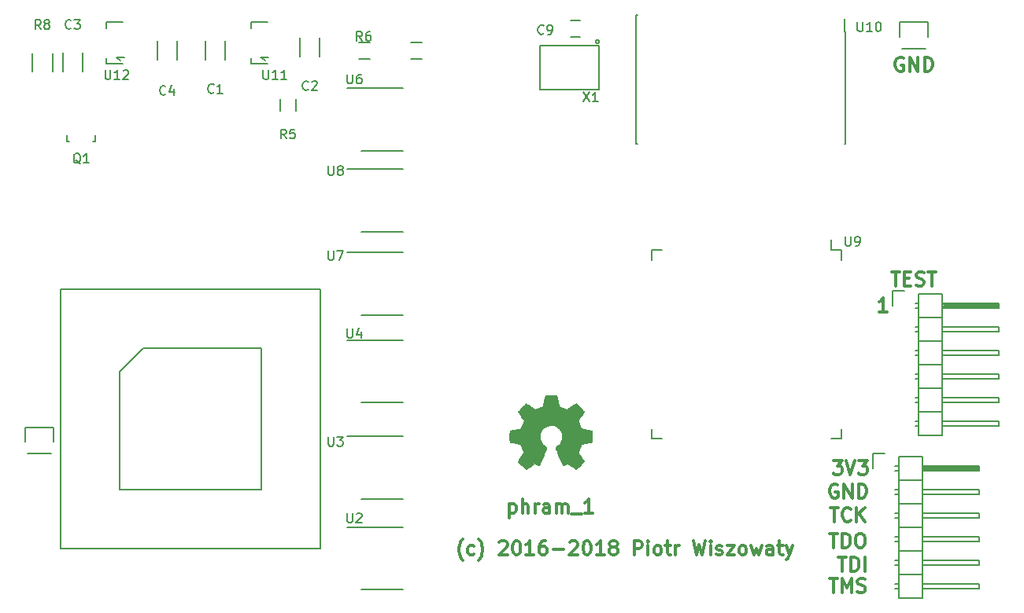
<source format=gbr>
G04 #@! TF.GenerationSoftware,KiCad,Pcbnew,(2017-11-24 revision a01d81e4b)-master*
G04 #@! TF.CreationDate,2018-01-27T17:30:05+01:00*
G04 #@! TF.ProjectId,phram_1,706872616D5F312E6B696361645F7063,rev?*
G04 #@! TF.SameCoordinates,Original*
G04 #@! TF.FileFunction,Legend,Top*
G04 #@! TF.FilePolarity,Positive*
%FSLAX46Y46*%
G04 Gerber Fmt 4.6, Leading zero omitted, Abs format (unit mm)*
G04 Created by KiCad (PCBNEW (2017-11-24 revision a01d81e4b)-master) date Sat Jan 27 17:30:05 2018*
%MOMM*%
%LPD*%
G01*
G04 APERTURE LIST*
%ADD10C,0.300000*%
%ADD11C,0.010000*%
%ADD12C,0.150000*%
G04 APERTURE END LIST*
D10*
X144165142Y-79188571D02*
X145022285Y-79188571D01*
X144593714Y-80688571D02*
X144593714Y-79188571D01*
X145522285Y-79902857D02*
X146022285Y-79902857D01*
X146236571Y-80688571D02*
X145522285Y-80688571D01*
X145522285Y-79188571D01*
X146236571Y-79188571D01*
X146808000Y-80617142D02*
X147022285Y-80688571D01*
X147379428Y-80688571D01*
X147522285Y-80617142D01*
X147593714Y-80545714D01*
X147665142Y-80402857D01*
X147665142Y-80260000D01*
X147593714Y-80117142D01*
X147522285Y-80045714D01*
X147379428Y-79974285D01*
X147093714Y-79902857D01*
X146950857Y-79831428D01*
X146879428Y-79760000D01*
X146808000Y-79617142D01*
X146808000Y-79474285D01*
X146879428Y-79331428D01*
X146950857Y-79260000D01*
X147093714Y-79188571D01*
X147450857Y-79188571D01*
X147665142Y-79260000D01*
X148093714Y-79188571D02*
X148950857Y-79188571D01*
X148522285Y-80688571D02*
X148522285Y-79188571D01*
X143684571Y-83482571D02*
X142827428Y-83482571D01*
X143256000Y-83482571D02*
X143256000Y-81982571D01*
X143113142Y-82196857D01*
X142970285Y-82339714D01*
X142827428Y-82411142D01*
X145415142Y-56146000D02*
X145272285Y-56074571D01*
X145058000Y-56074571D01*
X144843714Y-56146000D01*
X144700857Y-56288857D01*
X144629428Y-56431714D01*
X144558000Y-56717428D01*
X144558000Y-56931714D01*
X144629428Y-57217428D01*
X144700857Y-57360285D01*
X144843714Y-57503142D01*
X145058000Y-57574571D01*
X145200857Y-57574571D01*
X145415142Y-57503142D01*
X145486571Y-57431714D01*
X145486571Y-56931714D01*
X145200857Y-56931714D01*
X146129428Y-57574571D02*
X146129428Y-56074571D01*
X146986571Y-57574571D01*
X146986571Y-56074571D01*
X147700857Y-57574571D02*
X147700857Y-56074571D01*
X148058000Y-56074571D01*
X148272285Y-56146000D01*
X148415142Y-56288857D01*
X148486571Y-56431714D01*
X148558000Y-56717428D01*
X148558000Y-56931714D01*
X148486571Y-57217428D01*
X148415142Y-57360285D01*
X148272285Y-57503142D01*
X148058000Y-57574571D01*
X147700857Y-57574571D01*
X98035714Y-110250000D02*
X97964285Y-110178571D01*
X97821428Y-109964285D01*
X97750000Y-109821428D01*
X97678571Y-109607142D01*
X97607142Y-109250000D01*
X97607142Y-108964285D01*
X97678571Y-108607142D01*
X97750000Y-108392857D01*
X97821428Y-108250000D01*
X97964285Y-108035714D01*
X98035714Y-107964285D01*
X99250000Y-109607142D02*
X99107142Y-109678571D01*
X98821428Y-109678571D01*
X98678571Y-109607142D01*
X98607142Y-109535714D01*
X98535714Y-109392857D01*
X98535714Y-108964285D01*
X98607142Y-108821428D01*
X98678571Y-108750000D01*
X98821428Y-108678571D01*
X99107142Y-108678571D01*
X99250000Y-108750000D01*
X99750000Y-110250000D02*
X99821428Y-110178571D01*
X99964285Y-109964285D01*
X100035714Y-109821428D01*
X100107142Y-109607142D01*
X100178571Y-109250000D01*
X100178571Y-108964285D01*
X100107142Y-108607142D01*
X100035714Y-108392857D01*
X99964285Y-108250000D01*
X99821428Y-108035714D01*
X99750000Y-107964285D01*
X101964285Y-108321428D02*
X102035714Y-108250000D01*
X102178571Y-108178571D01*
X102535714Y-108178571D01*
X102678571Y-108250000D01*
X102750000Y-108321428D01*
X102821428Y-108464285D01*
X102821428Y-108607142D01*
X102750000Y-108821428D01*
X101892857Y-109678571D01*
X102821428Y-109678571D01*
X103750000Y-108178571D02*
X103892857Y-108178571D01*
X104035714Y-108250000D01*
X104107142Y-108321428D01*
X104178571Y-108464285D01*
X104250000Y-108750000D01*
X104250000Y-109107142D01*
X104178571Y-109392857D01*
X104107142Y-109535714D01*
X104035714Y-109607142D01*
X103892857Y-109678571D01*
X103750000Y-109678571D01*
X103607142Y-109607142D01*
X103535714Y-109535714D01*
X103464285Y-109392857D01*
X103392857Y-109107142D01*
X103392857Y-108750000D01*
X103464285Y-108464285D01*
X103535714Y-108321428D01*
X103607142Y-108250000D01*
X103750000Y-108178571D01*
X105678571Y-109678571D02*
X104821428Y-109678571D01*
X105250000Y-109678571D02*
X105250000Y-108178571D01*
X105107142Y-108392857D01*
X104964285Y-108535714D01*
X104821428Y-108607142D01*
X106964285Y-108178571D02*
X106678571Y-108178571D01*
X106535714Y-108250000D01*
X106464285Y-108321428D01*
X106321428Y-108535714D01*
X106250000Y-108821428D01*
X106250000Y-109392857D01*
X106321428Y-109535714D01*
X106392857Y-109607142D01*
X106535714Y-109678571D01*
X106821428Y-109678571D01*
X106964285Y-109607142D01*
X107035714Y-109535714D01*
X107107142Y-109392857D01*
X107107142Y-109035714D01*
X107035714Y-108892857D01*
X106964285Y-108821428D01*
X106821428Y-108750000D01*
X106535714Y-108750000D01*
X106392857Y-108821428D01*
X106321428Y-108892857D01*
X106250000Y-109035714D01*
X107750000Y-109107142D02*
X108892857Y-109107142D01*
X109535714Y-108321428D02*
X109607142Y-108250000D01*
X109750000Y-108178571D01*
X110107142Y-108178571D01*
X110250000Y-108250000D01*
X110321428Y-108321428D01*
X110392857Y-108464285D01*
X110392857Y-108607142D01*
X110321428Y-108821428D01*
X109464285Y-109678571D01*
X110392857Y-109678571D01*
X111321428Y-108178571D02*
X111464285Y-108178571D01*
X111607142Y-108250000D01*
X111678571Y-108321428D01*
X111750000Y-108464285D01*
X111821428Y-108750000D01*
X111821428Y-109107142D01*
X111750000Y-109392857D01*
X111678571Y-109535714D01*
X111607142Y-109607142D01*
X111464285Y-109678571D01*
X111321428Y-109678571D01*
X111178571Y-109607142D01*
X111107142Y-109535714D01*
X111035714Y-109392857D01*
X110964285Y-109107142D01*
X110964285Y-108750000D01*
X111035714Y-108464285D01*
X111107142Y-108321428D01*
X111178571Y-108250000D01*
X111321428Y-108178571D01*
X113250000Y-109678571D02*
X112392857Y-109678571D01*
X112821428Y-109678571D02*
X112821428Y-108178571D01*
X112678571Y-108392857D01*
X112535714Y-108535714D01*
X112392857Y-108607142D01*
X114107142Y-108821428D02*
X113964285Y-108750000D01*
X113892857Y-108678571D01*
X113821428Y-108535714D01*
X113821428Y-108464285D01*
X113892857Y-108321428D01*
X113964285Y-108250000D01*
X114107142Y-108178571D01*
X114392857Y-108178571D01*
X114535714Y-108250000D01*
X114607142Y-108321428D01*
X114678571Y-108464285D01*
X114678571Y-108535714D01*
X114607142Y-108678571D01*
X114535714Y-108750000D01*
X114392857Y-108821428D01*
X114107142Y-108821428D01*
X113964285Y-108892857D01*
X113892857Y-108964285D01*
X113821428Y-109107142D01*
X113821428Y-109392857D01*
X113892857Y-109535714D01*
X113964285Y-109607142D01*
X114107142Y-109678571D01*
X114392857Y-109678571D01*
X114535714Y-109607142D01*
X114607142Y-109535714D01*
X114678571Y-109392857D01*
X114678571Y-109107142D01*
X114607142Y-108964285D01*
X114535714Y-108892857D01*
X114392857Y-108821428D01*
X116464285Y-109678571D02*
X116464285Y-108178571D01*
X117035714Y-108178571D01*
X117178571Y-108250000D01*
X117250000Y-108321428D01*
X117321428Y-108464285D01*
X117321428Y-108678571D01*
X117250000Y-108821428D01*
X117178571Y-108892857D01*
X117035714Y-108964285D01*
X116464285Y-108964285D01*
X117964285Y-109678571D02*
X117964285Y-108678571D01*
X117964285Y-108178571D02*
X117892857Y-108250000D01*
X117964285Y-108321428D01*
X118035714Y-108250000D01*
X117964285Y-108178571D01*
X117964285Y-108321428D01*
X118892857Y-109678571D02*
X118750000Y-109607142D01*
X118678571Y-109535714D01*
X118607142Y-109392857D01*
X118607142Y-108964285D01*
X118678571Y-108821428D01*
X118750000Y-108750000D01*
X118892857Y-108678571D01*
X119107142Y-108678571D01*
X119250000Y-108750000D01*
X119321428Y-108821428D01*
X119392857Y-108964285D01*
X119392857Y-109392857D01*
X119321428Y-109535714D01*
X119250000Y-109607142D01*
X119107142Y-109678571D01*
X118892857Y-109678571D01*
X119821428Y-108678571D02*
X120392857Y-108678571D01*
X120035714Y-108178571D02*
X120035714Y-109464285D01*
X120107142Y-109607142D01*
X120250000Y-109678571D01*
X120392857Y-109678571D01*
X120892857Y-109678571D02*
X120892857Y-108678571D01*
X120892857Y-108964285D02*
X120964285Y-108821428D01*
X121035714Y-108750000D01*
X121178571Y-108678571D01*
X121321428Y-108678571D01*
X122821428Y-108178571D02*
X123178571Y-109678571D01*
X123464285Y-108607142D01*
X123750000Y-109678571D01*
X124107142Y-108178571D01*
X124678571Y-109678571D02*
X124678571Y-108678571D01*
X124678571Y-108178571D02*
X124607142Y-108250000D01*
X124678571Y-108321428D01*
X124750000Y-108250000D01*
X124678571Y-108178571D01*
X124678571Y-108321428D01*
X125321428Y-109607142D02*
X125464285Y-109678571D01*
X125750000Y-109678571D01*
X125892857Y-109607142D01*
X125964285Y-109464285D01*
X125964285Y-109392857D01*
X125892857Y-109250000D01*
X125750000Y-109178571D01*
X125535714Y-109178571D01*
X125392857Y-109107142D01*
X125321428Y-108964285D01*
X125321428Y-108892857D01*
X125392857Y-108750000D01*
X125535714Y-108678571D01*
X125750000Y-108678571D01*
X125892857Y-108750000D01*
X126464285Y-108678571D02*
X127250000Y-108678571D01*
X126464285Y-109678571D01*
X127250000Y-109678571D01*
X128035714Y-109678571D02*
X127892857Y-109607142D01*
X127821428Y-109535714D01*
X127750000Y-109392857D01*
X127750000Y-108964285D01*
X127821428Y-108821428D01*
X127892857Y-108750000D01*
X128035714Y-108678571D01*
X128250000Y-108678571D01*
X128392857Y-108750000D01*
X128464285Y-108821428D01*
X128535714Y-108964285D01*
X128535714Y-109392857D01*
X128464285Y-109535714D01*
X128392857Y-109607142D01*
X128250000Y-109678571D01*
X128035714Y-109678571D01*
X129035714Y-108678571D02*
X129321428Y-109678571D01*
X129607142Y-108964285D01*
X129892857Y-109678571D01*
X130178571Y-108678571D01*
X131392857Y-109678571D02*
X131392857Y-108892857D01*
X131321428Y-108750000D01*
X131178571Y-108678571D01*
X130892857Y-108678571D01*
X130750000Y-108750000D01*
X131392857Y-109607142D02*
X131250000Y-109678571D01*
X130892857Y-109678571D01*
X130750000Y-109607142D01*
X130678571Y-109464285D01*
X130678571Y-109321428D01*
X130750000Y-109178571D01*
X130892857Y-109107142D01*
X131250000Y-109107142D01*
X131392857Y-109035714D01*
X131892857Y-108678571D02*
X132464285Y-108678571D01*
X132107142Y-108178571D02*
X132107142Y-109464285D01*
X132178571Y-109607142D01*
X132321428Y-109678571D01*
X132464285Y-109678571D01*
X132821428Y-108678571D02*
X133178571Y-109678571D01*
X133535714Y-108678571D02*
X133178571Y-109678571D01*
X133035714Y-110035714D01*
X132964285Y-110107142D01*
X132821428Y-110178571D01*
X103071428Y-104178571D02*
X103071428Y-105678571D01*
X103071428Y-104250000D02*
X103214285Y-104178571D01*
X103500000Y-104178571D01*
X103642857Y-104250000D01*
X103714285Y-104321428D01*
X103785714Y-104464285D01*
X103785714Y-104892857D01*
X103714285Y-105035714D01*
X103642857Y-105107142D01*
X103500000Y-105178571D01*
X103214285Y-105178571D01*
X103071428Y-105107142D01*
X104428571Y-105178571D02*
X104428571Y-103678571D01*
X105071428Y-105178571D02*
X105071428Y-104392857D01*
X105000000Y-104250000D01*
X104857142Y-104178571D01*
X104642857Y-104178571D01*
X104500000Y-104250000D01*
X104428571Y-104321428D01*
X105785714Y-105178571D02*
X105785714Y-104178571D01*
X105785714Y-104464285D02*
X105857142Y-104321428D01*
X105928571Y-104250000D01*
X106071428Y-104178571D01*
X106214285Y-104178571D01*
X107357142Y-105178571D02*
X107357142Y-104392857D01*
X107285714Y-104250000D01*
X107142857Y-104178571D01*
X106857142Y-104178571D01*
X106714285Y-104250000D01*
X107357142Y-105107142D02*
X107214285Y-105178571D01*
X106857142Y-105178571D01*
X106714285Y-105107142D01*
X106642857Y-104964285D01*
X106642857Y-104821428D01*
X106714285Y-104678571D01*
X106857142Y-104607142D01*
X107214285Y-104607142D01*
X107357142Y-104535714D01*
X108071428Y-105178571D02*
X108071428Y-104178571D01*
X108071428Y-104321428D02*
X108142857Y-104250000D01*
X108285714Y-104178571D01*
X108500000Y-104178571D01*
X108642857Y-104250000D01*
X108714285Y-104392857D01*
X108714285Y-105178571D01*
X108714285Y-104392857D02*
X108785714Y-104250000D01*
X108928571Y-104178571D01*
X109142857Y-104178571D01*
X109285714Y-104250000D01*
X109357142Y-104392857D01*
X109357142Y-105178571D01*
X109714285Y-105321428D02*
X110857142Y-105321428D01*
X112000000Y-105178571D02*
X111142857Y-105178571D01*
X111571428Y-105178571D02*
X111571428Y-103678571D01*
X111428571Y-103892857D01*
X111285714Y-104035714D01*
X111142857Y-104107142D01*
X137478000Y-112208571D02*
X138335142Y-112208571D01*
X137906571Y-113708571D02*
X137906571Y-112208571D01*
X138835142Y-113708571D02*
X138835142Y-112208571D01*
X139335142Y-113280000D01*
X139835142Y-112208571D01*
X139835142Y-113708571D01*
X140478000Y-113637142D02*
X140692285Y-113708571D01*
X141049428Y-113708571D01*
X141192285Y-113637142D01*
X141263714Y-113565714D01*
X141335142Y-113422857D01*
X141335142Y-113280000D01*
X141263714Y-113137142D01*
X141192285Y-113065714D01*
X141049428Y-112994285D01*
X140763714Y-112922857D01*
X140620857Y-112851428D01*
X140549428Y-112780000D01*
X140478000Y-112637142D01*
X140478000Y-112494285D01*
X140549428Y-112351428D01*
X140620857Y-112280000D01*
X140763714Y-112208571D01*
X141120857Y-112208571D01*
X141335142Y-112280000D01*
X138450285Y-109922571D02*
X139307428Y-109922571D01*
X138878857Y-111422571D02*
X138878857Y-109922571D01*
X139807428Y-111422571D02*
X139807428Y-109922571D01*
X140164571Y-109922571D01*
X140378857Y-109994000D01*
X140521714Y-110136857D01*
X140593142Y-110279714D01*
X140664571Y-110565428D01*
X140664571Y-110779714D01*
X140593142Y-111065428D01*
X140521714Y-111208285D01*
X140378857Y-111351142D01*
X140164571Y-111422571D01*
X139807428Y-111422571D01*
X141307428Y-111422571D02*
X141307428Y-109922571D01*
X137513714Y-107382571D02*
X138370857Y-107382571D01*
X137942285Y-108882571D02*
X137942285Y-107382571D01*
X138870857Y-108882571D02*
X138870857Y-107382571D01*
X139228000Y-107382571D01*
X139442285Y-107454000D01*
X139585142Y-107596857D01*
X139656571Y-107739714D01*
X139728000Y-108025428D01*
X139728000Y-108239714D01*
X139656571Y-108525428D01*
X139585142Y-108668285D01*
X139442285Y-108811142D01*
X139228000Y-108882571D01*
X138870857Y-108882571D01*
X140656571Y-107382571D02*
X140942285Y-107382571D01*
X141085142Y-107454000D01*
X141228000Y-107596857D01*
X141299428Y-107882571D01*
X141299428Y-108382571D01*
X141228000Y-108668285D01*
X141085142Y-108811142D01*
X140942285Y-108882571D01*
X140656571Y-108882571D01*
X140513714Y-108811142D01*
X140370857Y-108668285D01*
X140299428Y-108382571D01*
X140299428Y-107882571D01*
X140370857Y-107596857D01*
X140513714Y-107454000D01*
X140656571Y-107382571D01*
X137549428Y-104588571D02*
X138406571Y-104588571D01*
X137978000Y-106088571D02*
X137978000Y-104588571D01*
X139763714Y-105945714D02*
X139692285Y-106017142D01*
X139478000Y-106088571D01*
X139335142Y-106088571D01*
X139120857Y-106017142D01*
X138978000Y-105874285D01*
X138906571Y-105731428D01*
X138835142Y-105445714D01*
X138835142Y-105231428D01*
X138906571Y-104945714D01*
X138978000Y-104802857D01*
X139120857Y-104660000D01*
X139335142Y-104588571D01*
X139478000Y-104588571D01*
X139692285Y-104660000D01*
X139763714Y-104731428D01*
X140406571Y-106088571D02*
X140406571Y-104588571D01*
X141263714Y-106088571D02*
X140620857Y-105231428D01*
X141263714Y-104588571D02*
X140406571Y-105445714D01*
X138335142Y-102120000D02*
X138192285Y-102048571D01*
X137978000Y-102048571D01*
X137763714Y-102120000D01*
X137620857Y-102262857D01*
X137549428Y-102405714D01*
X137478000Y-102691428D01*
X137478000Y-102905714D01*
X137549428Y-103191428D01*
X137620857Y-103334285D01*
X137763714Y-103477142D01*
X137978000Y-103548571D01*
X138120857Y-103548571D01*
X138335142Y-103477142D01*
X138406571Y-103405714D01*
X138406571Y-102905714D01*
X138120857Y-102905714D01*
X139049428Y-103548571D02*
X139049428Y-102048571D01*
X139906571Y-103548571D01*
X139906571Y-102048571D01*
X140620857Y-103548571D02*
X140620857Y-102048571D01*
X140978000Y-102048571D01*
X141192285Y-102120000D01*
X141335142Y-102262857D01*
X141406571Y-102405714D01*
X141478000Y-102691428D01*
X141478000Y-102905714D01*
X141406571Y-103191428D01*
X141335142Y-103334285D01*
X141192285Y-103477142D01*
X140978000Y-103548571D01*
X140620857Y-103548571D01*
X137874857Y-99508571D02*
X138803428Y-99508571D01*
X138303428Y-100080000D01*
X138517714Y-100080000D01*
X138660571Y-100151428D01*
X138732000Y-100222857D01*
X138803428Y-100365714D01*
X138803428Y-100722857D01*
X138732000Y-100865714D01*
X138660571Y-100937142D01*
X138517714Y-101008571D01*
X138089142Y-101008571D01*
X137946285Y-100937142D01*
X137874857Y-100865714D01*
X139232000Y-99508571D02*
X139732000Y-101008571D01*
X140232000Y-99508571D01*
X140589142Y-99508571D02*
X141517714Y-99508571D01*
X141017714Y-100080000D01*
X141232000Y-100080000D01*
X141374857Y-100151428D01*
X141446285Y-100222857D01*
X141517714Y-100365714D01*
X141517714Y-100722857D01*
X141446285Y-100865714D01*
X141374857Y-100937142D01*
X141232000Y-101008571D01*
X140803428Y-101008571D01*
X140660571Y-100937142D01*
X140589142Y-100865714D01*
D11*
G36*
X108246536Y-93100427D02*
X108359118Y-93697618D01*
X108774531Y-93868865D01*
X109189945Y-94040112D01*
X109688302Y-93701233D01*
X109827869Y-93606877D01*
X109954029Y-93522630D01*
X110060896Y-93452338D01*
X110142583Y-93399847D01*
X110193202Y-93369004D01*
X110206987Y-93362353D01*
X110231821Y-93379458D01*
X110284889Y-93426744D01*
X110360241Y-93498172D01*
X110451930Y-93587700D01*
X110554008Y-93689289D01*
X110660527Y-93796898D01*
X110765537Y-93904487D01*
X110863092Y-94006015D01*
X110947243Y-94095441D01*
X111012041Y-94166726D01*
X111051538Y-94213828D01*
X111060981Y-94229592D01*
X111047392Y-94258653D01*
X111009294Y-94322321D01*
X110950694Y-94414367D01*
X110875598Y-94528564D01*
X110788009Y-94658684D01*
X110737255Y-94732901D01*
X110644746Y-94868422D01*
X110562541Y-94990716D01*
X110494631Y-95093695D01*
X110445001Y-95171273D01*
X110417641Y-95217361D01*
X110413530Y-95227047D01*
X110422850Y-95254574D01*
X110448255Y-95318728D01*
X110485912Y-95410490D01*
X110531987Y-95520839D01*
X110582647Y-95640755D01*
X110634060Y-95761219D01*
X110682390Y-95873209D01*
X110723807Y-95967707D01*
X110754475Y-96035692D01*
X110770562Y-96068143D01*
X110771512Y-96069420D01*
X110796773Y-96075617D01*
X110864046Y-96089440D01*
X110966361Y-96109532D01*
X111096742Y-96134534D01*
X111248217Y-96163086D01*
X111336594Y-96179551D01*
X111498453Y-96210369D01*
X111644650Y-96239694D01*
X111767788Y-96265921D01*
X111860470Y-96287446D01*
X111915302Y-96302665D01*
X111926324Y-96307493D01*
X111937119Y-96340174D01*
X111945830Y-96413985D01*
X111952461Y-96520292D01*
X111957019Y-96650467D01*
X111959510Y-96795876D01*
X111959939Y-96947890D01*
X111958312Y-97097877D01*
X111954636Y-97237206D01*
X111948916Y-97357245D01*
X111941158Y-97449365D01*
X111931369Y-97504932D01*
X111925497Y-97516500D01*
X111890400Y-97530365D01*
X111816029Y-97550188D01*
X111712224Y-97573639D01*
X111588820Y-97598391D01*
X111545742Y-97606398D01*
X111338048Y-97644441D01*
X111173985Y-97675079D01*
X111048131Y-97699529D01*
X110955066Y-97719009D01*
X110889368Y-97734736D01*
X110845618Y-97747928D01*
X110818393Y-97759804D01*
X110802273Y-97771580D01*
X110800018Y-97773908D01*
X110777504Y-97811400D01*
X110743159Y-97884365D01*
X110700412Y-97983867D01*
X110652693Y-98100973D01*
X110603431Y-98226748D01*
X110556056Y-98352257D01*
X110513996Y-98468565D01*
X110480681Y-98566739D01*
X110459542Y-98637843D01*
X110454006Y-98672942D01*
X110454467Y-98674172D01*
X110473224Y-98702861D01*
X110515777Y-98765985D01*
X110577654Y-98856973D01*
X110654383Y-98969255D01*
X110741492Y-99096260D01*
X110766299Y-99132353D01*
X110854753Y-99263203D01*
X110932589Y-99382591D01*
X110995567Y-99483662D01*
X111039446Y-99559559D01*
X111059986Y-99603427D01*
X111060981Y-99608817D01*
X111043723Y-99637144D01*
X110996036Y-99693261D01*
X110924051Y-99771137D01*
X110833898Y-99864740D01*
X110731706Y-99968041D01*
X110623606Y-100075006D01*
X110515729Y-100179606D01*
X110414205Y-100275809D01*
X110325163Y-100357584D01*
X110254734Y-100418900D01*
X110209048Y-100453726D01*
X110196410Y-100459412D01*
X110166992Y-100446020D01*
X110106762Y-100409899D01*
X110025530Y-100357136D01*
X109963031Y-100314667D01*
X109849786Y-100236740D01*
X109715675Y-100144984D01*
X109581156Y-100053375D01*
X109508834Y-100004346D01*
X109264039Y-99838770D01*
X109058551Y-99949875D01*
X108964937Y-99998548D01*
X108885331Y-100036381D01*
X108831468Y-100057958D01*
X108817758Y-100060961D01*
X108801271Y-100038793D01*
X108768746Y-99976149D01*
X108722609Y-99878809D01*
X108665291Y-99752549D01*
X108599217Y-99603150D01*
X108526816Y-99436388D01*
X108450517Y-99258042D01*
X108372747Y-99073891D01*
X108295935Y-98889712D01*
X108222507Y-98711285D01*
X108154893Y-98544387D01*
X108095521Y-98394797D01*
X108046817Y-98268293D01*
X108011211Y-98170654D01*
X107991131Y-98107657D01*
X107987901Y-98086021D01*
X108013497Y-98058424D01*
X108069539Y-98013625D01*
X108144312Y-97960934D01*
X108150588Y-97956765D01*
X108343846Y-97802069D01*
X108499675Y-97621591D01*
X108616725Y-97421102D01*
X108693646Y-97206374D01*
X108729087Y-96983177D01*
X108721698Y-96757281D01*
X108670128Y-96534459D01*
X108573027Y-96320479D01*
X108544459Y-96273664D01*
X108395869Y-96084618D01*
X108220328Y-95932812D01*
X108023911Y-95819034D01*
X107812694Y-95744075D01*
X107592754Y-95708722D01*
X107370164Y-95713767D01*
X107151002Y-95759999D01*
X106941343Y-95848206D01*
X106747262Y-95979179D01*
X106687227Y-96032337D01*
X106534436Y-96198739D01*
X106423098Y-96373912D01*
X106346724Y-96570266D01*
X106304188Y-96764717D01*
X106293687Y-96983342D01*
X106328701Y-97203052D01*
X106405674Y-97416420D01*
X106521048Y-97616022D01*
X106671266Y-97794429D01*
X106852774Y-97944217D01*
X106876628Y-97960006D01*
X106952202Y-98011712D01*
X107009652Y-98056512D01*
X107037118Y-98085117D01*
X107037518Y-98086021D01*
X107031621Y-98116964D01*
X107008246Y-98187191D01*
X106969822Y-98290925D01*
X106918778Y-98422390D01*
X106857543Y-98575807D01*
X106788545Y-98745401D01*
X106714214Y-98925393D01*
X106636979Y-99110008D01*
X106559269Y-99293468D01*
X106483512Y-99469996D01*
X106412138Y-99633814D01*
X106347575Y-99779147D01*
X106292253Y-99900217D01*
X106248601Y-99991247D01*
X106219047Y-100046460D01*
X106207145Y-100060961D01*
X106170778Y-100049669D01*
X106102731Y-100019385D01*
X106014737Y-99975520D01*
X105966351Y-99949875D01*
X105760864Y-99838770D01*
X105516069Y-100004346D01*
X105391107Y-100089170D01*
X105254296Y-100182516D01*
X105126089Y-100270408D01*
X105061872Y-100314667D01*
X104971552Y-100375318D01*
X104895072Y-100423381D01*
X104842408Y-100452770D01*
X104825303Y-100458982D01*
X104800406Y-100442223D01*
X104745306Y-100395436D01*
X104665344Y-100323480D01*
X104565861Y-100231212D01*
X104452201Y-100123490D01*
X104380316Y-100054326D01*
X104254552Y-99930757D01*
X104145864Y-99820234D01*
X104058646Y-99727485D01*
X103997290Y-99657237D01*
X103966192Y-99614220D01*
X103963209Y-99605490D01*
X103977054Y-99572284D01*
X104015313Y-99505142D01*
X104073742Y-99410863D01*
X104148098Y-99296245D01*
X104234136Y-99168083D01*
X104258603Y-99132353D01*
X104347755Y-99002489D01*
X104427739Y-98885569D01*
X104494081Y-98788162D01*
X104542312Y-98716839D01*
X104567958Y-98678170D01*
X104570436Y-98674172D01*
X104566730Y-98643355D01*
X104547062Y-98575599D01*
X104514861Y-98479839D01*
X104473556Y-98365009D01*
X104426576Y-98240044D01*
X104377350Y-98113879D01*
X104329309Y-97995448D01*
X104285882Y-97893685D01*
X104250497Y-97817526D01*
X104226585Y-97775904D01*
X104224885Y-97773908D01*
X104210263Y-97762013D01*
X104185566Y-97750250D01*
X104145373Y-97737401D01*
X104084264Y-97722249D01*
X103996818Y-97703576D01*
X103877613Y-97680165D01*
X103721228Y-97650797D01*
X103522244Y-97614255D01*
X103479161Y-97606398D01*
X103351471Y-97581727D01*
X103240154Y-97557593D01*
X103155046Y-97536324D01*
X103105984Y-97520248D01*
X103099406Y-97516500D01*
X103088565Y-97483273D01*
X103079754Y-97409021D01*
X103072977Y-97302376D01*
X103068241Y-97171967D01*
X103065551Y-97026427D01*
X103064914Y-96874386D01*
X103066335Y-96724476D01*
X103069821Y-96585328D01*
X103075377Y-96465572D01*
X103083009Y-96373841D01*
X103092723Y-96318766D01*
X103098579Y-96307493D01*
X103131181Y-96296123D01*
X103205419Y-96277624D01*
X103313897Y-96253602D01*
X103449218Y-96225662D01*
X103603986Y-96195408D01*
X103688308Y-96179551D01*
X103848297Y-96149644D01*
X103990968Y-96122550D01*
X104109349Y-96099631D01*
X104196466Y-96082243D01*
X104245346Y-96071747D01*
X104253391Y-96069420D01*
X104266988Y-96043186D01*
X104295730Y-95979995D01*
X104335786Y-95888877D01*
X104383325Y-95778857D01*
X104434516Y-95658965D01*
X104485527Y-95538227D01*
X104532527Y-95425671D01*
X104571685Y-95330326D01*
X104599170Y-95261217D01*
X104611150Y-95227374D01*
X104611373Y-95225895D01*
X104597792Y-95199197D01*
X104559716Y-95137760D01*
X104501148Y-95047689D01*
X104426089Y-94935090D01*
X104338541Y-94806070D01*
X104287648Y-94731961D01*
X104194910Y-94596077D01*
X104112542Y-94472709D01*
X104044562Y-94368097D01*
X103994989Y-94288483D01*
X103967843Y-94240107D01*
X103963922Y-94229262D01*
X103980776Y-94204020D01*
X104027369Y-94150124D01*
X104097749Y-94073613D01*
X104185966Y-93980523D01*
X104286066Y-93876895D01*
X104392099Y-93768764D01*
X104498112Y-93662170D01*
X104598153Y-93563150D01*
X104686271Y-93477742D01*
X104756514Y-93411985D01*
X104802929Y-93371916D01*
X104818457Y-93362353D01*
X104843740Y-93375800D01*
X104904212Y-93413575D01*
X104993993Y-93471835D01*
X105107204Y-93546734D01*
X105237964Y-93634425D01*
X105336600Y-93701233D01*
X105834958Y-94040112D01*
X106250371Y-93868865D01*
X106665785Y-93697618D01*
X106778367Y-93100427D01*
X106890950Y-92503235D01*
X108133953Y-92503235D01*
X108246536Y-93100427D01*
X108246536Y-93100427D01*
G37*
X108246536Y-93100427D02*
X108359118Y-93697618D01*
X108774531Y-93868865D01*
X109189945Y-94040112D01*
X109688302Y-93701233D01*
X109827869Y-93606877D01*
X109954029Y-93522630D01*
X110060896Y-93452338D01*
X110142583Y-93399847D01*
X110193202Y-93369004D01*
X110206987Y-93362353D01*
X110231821Y-93379458D01*
X110284889Y-93426744D01*
X110360241Y-93498172D01*
X110451930Y-93587700D01*
X110554008Y-93689289D01*
X110660527Y-93796898D01*
X110765537Y-93904487D01*
X110863092Y-94006015D01*
X110947243Y-94095441D01*
X111012041Y-94166726D01*
X111051538Y-94213828D01*
X111060981Y-94229592D01*
X111047392Y-94258653D01*
X111009294Y-94322321D01*
X110950694Y-94414367D01*
X110875598Y-94528564D01*
X110788009Y-94658684D01*
X110737255Y-94732901D01*
X110644746Y-94868422D01*
X110562541Y-94990716D01*
X110494631Y-95093695D01*
X110445001Y-95171273D01*
X110417641Y-95217361D01*
X110413530Y-95227047D01*
X110422850Y-95254574D01*
X110448255Y-95318728D01*
X110485912Y-95410490D01*
X110531987Y-95520839D01*
X110582647Y-95640755D01*
X110634060Y-95761219D01*
X110682390Y-95873209D01*
X110723807Y-95967707D01*
X110754475Y-96035692D01*
X110770562Y-96068143D01*
X110771512Y-96069420D01*
X110796773Y-96075617D01*
X110864046Y-96089440D01*
X110966361Y-96109532D01*
X111096742Y-96134534D01*
X111248217Y-96163086D01*
X111336594Y-96179551D01*
X111498453Y-96210369D01*
X111644650Y-96239694D01*
X111767788Y-96265921D01*
X111860470Y-96287446D01*
X111915302Y-96302665D01*
X111926324Y-96307493D01*
X111937119Y-96340174D01*
X111945830Y-96413985D01*
X111952461Y-96520292D01*
X111957019Y-96650467D01*
X111959510Y-96795876D01*
X111959939Y-96947890D01*
X111958312Y-97097877D01*
X111954636Y-97237206D01*
X111948916Y-97357245D01*
X111941158Y-97449365D01*
X111931369Y-97504932D01*
X111925497Y-97516500D01*
X111890400Y-97530365D01*
X111816029Y-97550188D01*
X111712224Y-97573639D01*
X111588820Y-97598391D01*
X111545742Y-97606398D01*
X111338048Y-97644441D01*
X111173985Y-97675079D01*
X111048131Y-97699529D01*
X110955066Y-97719009D01*
X110889368Y-97734736D01*
X110845618Y-97747928D01*
X110818393Y-97759804D01*
X110802273Y-97771580D01*
X110800018Y-97773908D01*
X110777504Y-97811400D01*
X110743159Y-97884365D01*
X110700412Y-97983867D01*
X110652693Y-98100973D01*
X110603431Y-98226748D01*
X110556056Y-98352257D01*
X110513996Y-98468565D01*
X110480681Y-98566739D01*
X110459542Y-98637843D01*
X110454006Y-98672942D01*
X110454467Y-98674172D01*
X110473224Y-98702861D01*
X110515777Y-98765985D01*
X110577654Y-98856973D01*
X110654383Y-98969255D01*
X110741492Y-99096260D01*
X110766299Y-99132353D01*
X110854753Y-99263203D01*
X110932589Y-99382591D01*
X110995567Y-99483662D01*
X111039446Y-99559559D01*
X111059986Y-99603427D01*
X111060981Y-99608817D01*
X111043723Y-99637144D01*
X110996036Y-99693261D01*
X110924051Y-99771137D01*
X110833898Y-99864740D01*
X110731706Y-99968041D01*
X110623606Y-100075006D01*
X110515729Y-100179606D01*
X110414205Y-100275809D01*
X110325163Y-100357584D01*
X110254734Y-100418900D01*
X110209048Y-100453726D01*
X110196410Y-100459412D01*
X110166992Y-100446020D01*
X110106762Y-100409899D01*
X110025530Y-100357136D01*
X109963031Y-100314667D01*
X109849786Y-100236740D01*
X109715675Y-100144984D01*
X109581156Y-100053375D01*
X109508834Y-100004346D01*
X109264039Y-99838770D01*
X109058551Y-99949875D01*
X108964937Y-99998548D01*
X108885331Y-100036381D01*
X108831468Y-100057958D01*
X108817758Y-100060961D01*
X108801271Y-100038793D01*
X108768746Y-99976149D01*
X108722609Y-99878809D01*
X108665291Y-99752549D01*
X108599217Y-99603150D01*
X108526816Y-99436388D01*
X108450517Y-99258042D01*
X108372747Y-99073891D01*
X108295935Y-98889712D01*
X108222507Y-98711285D01*
X108154893Y-98544387D01*
X108095521Y-98394797D01*
X108046817Y-98268293D01*
X108011211Y-98170654D01*
X107991131Y-98107657D01*
X107987901Y-98086021D01*
X108013497Y-98058424D01*
X108069539Y-98013625D01*
X108144312Y-97960934D01*
X108150588Y-97956765D01*
X108343846Y-97802069D01*
X108499675Y-97621591D01*
X108616725Y-97421102D01*
X108693646Y-97206374D01*
X108729087Y-96983177D01*
X108721698Y-96757281D01*
X108670128Y-96534459D01*
X108573027Y-96320479D01*
X108544459Y-96273664D01*
X108395869Y-96084618D01*
X108220328Y-95932812D01*
X108023911Y-95819034D01*
X107812694Y-95744075D01*
X107592754Y-95708722D01*
X107370164Y-95713767D01*
X107151002Y-95759999D01*
X106941343Y-95848206D01*
X106747262Y-95979179D01*
X106687227Y-96032337D01*
X106534436Y-96198739D01*
X106423098Y-96373912D01*
X106346724Y-96570266D01*
X106304188Y-96764717D01*
X106293687Y-96983342D01*
X106328701Y-97203052D01*
X106405674Y-97416420D01*
X106521048Y-97616022D01*
X106671266Y-97794429D01*
X106852774Y-97944217D01*
X106876628Y-97960006D01*
X106952202Y-98011712D01*
X107009652Y-98056512D01*
X107037118Y-98085117D01*
X107037518Y-98086021D01*
X107031621Y-98116964D01*
X107008246Y-98187191D01*
X106969822Y-98290925D01*
X106918778Y-98422390D01*
X106857543Y-98575807D01*
X106788545Y-98745401D01*
X106714214Y-98925393D01*
X106636979Y-99110008D01*
X106559269Y-99293468D01*
X106483512Y-99469996D01*
X106412138Y-99633814D01*
X106347575Y-99779147D01*
X106292253Y-99900217D01*
X106248601Y-99991247D01*
X106219047Y-100046460D01*
X106207145Y-100060961D01*
X106170778Y-100049669D01*
X106102731Y-100019385D01*
X106014737Y-99975520D01*
X105966351Y-99949875D01*
X105760864Y-99838770D01*
X105516069Y-100004346D01*
X105391107Y-100089170D01*
X105254296Y-100182516D01*
X105126089Y-100270408D01*
X105061872Y-100314667D01*
X104971552Y-100375318D01*
X104895072Y-100423381D01*
X104842408Y-100452770D01*
X104825303Y-100458982D01*
X104800406Y-100442223D01*
X104745306Y-100395436D01*
X104665344Y-100323480D01*
X104565861Y-100231212D01*
X104452201Y-100123490D01*
X104380316Y-100054326D01*
X104254552Y-99930757D01*
X104145864Y-99820234D01*
X104058646Y-99727485D01*
X103997290Y-99657237D01*
X103966192Y-99614220D01*
X103963209Y-99605490D01*
X103977054Y-99572284D01*
X104015313Y-99505142D01*
X104073742Y-99410863D01*
X104148098Y-99296245D01*
X104234136Y-99168083D01*
X104258603Y-99132353D01*
X104347755Y-99002489D01*
X104427739Y-98885569D01*
X104494081Y-98788162D01*
X104542312Y-98716839D01*
X104567958Y-98678170D01*
X104570436Y-98674172D01*
X104566730Y-98643355D01*
X104547062Y-98575599D01*
X104514861Y-98479839D01*
X104473556Y-98365009D01*
X104426576Y-98240044D01*
X104377350Y-98113879D01*
X104329309Y-97995448D01*
X104285882Y-97893685D01*
X104250497Y-97817526D01*
X104226585Y-97775904D01*
X104224885Y-97773908D01*
X104210263Y-97762013D01*
X104185566Y-97750250D01*
X104145373Y-97737401D01*
X104084264Y-97722249D01*
X103996818Y-97703576D01*
X103877613Y-97680165D01*
X103721228Y-97650797D01*
X103522244Y-97614255D01*
X103479161Y-97606398D01*
X103351471Y-97581727D01*
X103240154Y-97557593D01*
X103155046Y-97536324D01*
X103105984Y-97520248D01*
X103099406Y-97516500D01*
X103088565Y-97483273D01*
X103079754Y-97409021D01*
X103072977Y-97302376D01*
X103068241Y-97171967D01*
X103065551Y-97026427D01*
X103064914Y-96874386D01*
X103066335Y-96724476D01*
X103069821Y-96585328D01*
X103075377Y-96465572D01*
X103083009Y-96373841D01*
X103092723Y-96318766D01*
X103098579Y-96307493D01*
X103131181Y-96296123D01*
X103205419Y-96277624D01*
X103313897Y-96253602D01*
X103449218Y-96225662D01*
X103603986Y-96195408D01*
X103688308Y-96179551D01*
X103848297Y-96149644D01*
X103990968Y-96122550D01*
X104109349Y-96099631D01*
X104196466Y-96082243D01*
X104245346Y-96071747D01*
X104253391Y-96069420D01*
X104266988Y-96043186D01*
X104295730Y-95979995D01*
X104335786Y-95888877D01*
X104383325Y-95778857D01*
X104434516Y-95658965D01*
X104485527Y-95538227D01*
X104532527Y-95425671D01*
X104571685Y-95330326D01*
X104599170Y-95261217D01*
X104611150Y-95227374D01*
X104611373Y-95225895D01*
X104597792Y-95199197D01*
X104559716Y-95137760D01*
X104501148Y-95047689D01*
X104426089Y-94935090D01*
X104338541Y-94806070D01*
X104287648Y-94731961D01*
X104194910Y-94596077D01*
X104112542Y-94472709D01*
X104044562Y-94368097D01*
X103994989Y-94288483D01*
X103967843Y-94240107D01*
X103963922Y-94229262D01*
X103980776Y-94204020D01*
X104027369Y-94150124D01*
X104097749Y-94073613D01*
X104185966Y-93980523D01*
X104286066Y-93876895D01*
X104392099Y-93768764D01*
X104498112Y-93662170D01*
X104598153Y-93563150D01*
X104686271Y-93477742D01*
X104756514Y-93411985D01*
X104802929Y-93371916D01*
X104818457Y-93362353D01*
X104843740Y-93375800D01*
X104904212Y-93413575D01*
X104993993Y-93471835D01*
X105107204Y-93546734D01*
X105237964Y-93634425D01*
X105336600Y-93701233D01*
X105834958Y-94040112D01*
X106250371Y-93868865D01*
X106665785Y-93697618D01*
X106778367Y-93100427D01*
X106890950Y-92503235D01*
X108133953Y-92503235D01*
X108246536Y-93100427D01*
D12*
X76400000Y-87385000D02*
X63700000Y-87385000D01*
X76400000Y-102625000D02*
X76400000Y-87385000D01*
X61160000Y-102625000D02*
X76400000Y-102625000D01*
X61160000Y-89925000D02*
X61160000Y-102625000D01*
X63700000Y-87385000D02*
X61160000Y-89925000D01*
X82750000Y-108975000D02*
X82750000Y-81035000D01*
X54810000Y-108975000D02*
X82750000Y-108975000D01*
X54810000Y-81035000D02*
X54810000Y-108975000D01*
X82750000Y-81035000D02*
X54810000Y-81035000D01*
X139205000Y-53320000D02*
X139090000Y-53320000D01*
X139205000Y-65420000D02*
X139090000Y-65420000D01*
X116655000Y-65420000D02*
X116855000Y-65420000D01*
X116655000Y-51520000D02*
X116855000Y-51520000D01*
X139205000Y-53320000D02*
X139205000Y-65420000D01*
X116655000Y-51520000D02*
X116655000Y-65420000D01*
X139090000Y-53320000D02*
X139090000Y-51945000D01*
X87145000Y-113435000D02*
X91595000Y-113435000D01*
X85620000Y-106685000D02*
X91595000Y-106685000D01*
X87145000Y-103675000D02*
X91595000Y-103675000D01*
X85620000Y-96925000D02*
X91595000Y-96925000D01*
X87145000Y-93285000D02*
X91595000Y-93285000D01*
X85620000Y-86535000D02*
X91595000Y-86535000D01*
X87145000Y-66145000D02*
X91595000Y-66145000D01*
X85620000Y-59395000D02*
X91595000Y-59395000D01*
X87145000Y-83855000D02*
X91595000Y-83855000D01*
X85620000Y-77105000D02*
X91595000Y-77105000D01*
X87145000Y-74875000D02*
X91595000Y-74875000D01*
X85620000Y-68125000D02*
X91595000Y-68125000D01*
X138730000Y-76820000D02*
X137655000Y-76820000D01*
X138730000Y-97170000D02*
X137655000Y-97170000D01*
X118380000Y-97170000D02*
X119455000Y-97170000D01*
X118380000Y-76820000D02*
X119455000Y-76820000D01*
X138730000Y-76820000D02*
X138730000Y-77895000D01*
X118380000Y-76820000D02*
X118380000Y-77895000D01*
X118380000Y-97170000D02*
X118380000Y-96095000D01*
X138730000Y-97170000D02*
X138730000Y-96095000D01*
X137655000Y-76820000D02*
X137655000Y-75720000D01*
X72440000Y-56350000D02*
X72440000Y-54350000D01*
X70390000Y-54350000D02*
X70390000Y-56350000D01*
X82600000Y-56000000D02*
X82600000Y-54000000D01*
X80550000Y-54000000D02*
X80550000Y-56000000D01*
X57105000Y-57620000D02*
X57105000Y-55620000D01*
X55055000Y-55620000D02*
X55055000Y-57620000D01*
X67265000Y-56350000D02*
X67265000Y-54350000D01*
X65215000Y-54350000D02*
X65215000Y-56350000D01*
X76749000Y-56454920D02*
X76449280Y-56206000D01*
X76449280Y-56206000D02*
X76299420Y-56104400D01*
X76299420Y-56104400D02*
X77147780Y-56104400D01*
X75247860Y-56805440D02*
X77048720Y-56805440D01*
X75247860Y-56805440D02*
X75247860Y-56155200D01*
X75247860Y-52304560D02*
X77048720Y-52304560D01*
X75247860Y-52304560D02*
X75247860Y-52954800D01*
X61190480Y-56454920D02*
X60890760Y-56206000D01*
X60890760Y-56206000D02*
X60740900Y-56104400D01*
X60740900Y-56104400D02*
X61589260Y-56104400D01*
X59689340Y-56805440D02*
X61490200Y-56805440D01*
X59689340Y-56805440D02*
X59689340Y-56155200D01*
X59689340Y-52304560D02*
X61490200Y-52304560D01*
X59689340Y-52304560D02*
X59689340Y-52954800D01*
X109650000Y-53850000D02*
X110650000Y-53850000D01*
X110650000Y-52150000D02*
X109650000Y-52150000D01*
X142115000Y-98780000D02*
X142115000Y-100330000D01*
X143415000Y-98780000D02*
X142115000Y-98780000D01*
X147606000Y-100203000D02*
X153448000Y-100203000D01*
X153448000Y-100203000D02*
X153448000Y-100457000D01*
X153448000Y-100457000D02*
X147606000Y-100457000D01*
X147606000Y-100457000D02*
X147606000Y-100330000D01*
X147606000Y-100330000D02*
X153448000Y-100330000D01*
X144939000Y-100076000D02*
X144558000Y-100076000D01*
X144939000Y-100584000D02*
X144558000Y-100584000D01*
X144939000Y-102616000D02*
X144558000Y-102616000D01*
X144939000Y-103124000D02*
X144558000Y-103124000D01*
X144939000Y-105156000D02*
X144558000Y-105156000D01*
X144939000Y-105664000D02*
X144558000Y-105664000D01*
X144939000Y-113284000D02*
X144558000Y-113284000D01*
X144939000Y-112776000D02*
X144558000Y-112776000D01*
X144939000Y-110744000D02*
X144558000Y-110744000D01*
X144939000Y-110236000D02*
X144558000Y-110236000D01*
X144939000Y-108204000D02*
X144558000Y-108204000D01*
X144939000Y-107696000D02*
X144558000Y-107696000D01*
X144939000Y-99060000D02*
X147479000Y-99060000D01*
X144939000Y-101600000D02*
X147479000Y-101600000D01*
X144939000Y-101600000D02*
X144939000Y-104140000D01*
X144939000Y-104140000D02*
X147479000Y-104140000D01*
X147479000Y-102616000D02*
X153575000Y-102616000D01*
X153575000Y-102616000D02*
X153575000Y-103124000D01*
X153575000Y-103124000D02*
X147479000Y-103124000D01*
X147479000Y-104140000D02*
X147479000Y-101600000D01*
X147479000Y-101600000D02*
X147479000Y-99060000D01*
X153575000Y-100584000D02*
X147479000Y-100584000D01*
X153575000Y-100076000D02*
X153575000Y-100584000D01*
X147479000Y-100076000D02*
X153575000Y-100076000D01*
X144939000Y-101600000D02*
X147479000Y-101600000D01*
X144939000Y-99060000D02*
X144939000Y-101600000D01*
X144939000Y-109220000D02*
X147479000Y-109220000D01*
X144939000Y-109220000D02*
X144939000Y-111760000D01*
X144939000Y-111760000D02*
X147479000Y-111760000D01*
X147479000Y-110236000D02*
X153575000Y-110236000D01*
X153575000Y-110236000D02*
X153575000Y-110744000D01*
X153575000Y-110744000D02*
X147479000Y-110744000D01*
X147479000Y-111760000D02*
X147479000Y-109220000D01*
X147479000Y-114300000D02*
X147479000Y-111760000D01*
X153575000Y-113284000D02*
X147479000Y-113284000D01*
X153575000Y-112776000D02*
X153575000Y-113284000D01*
X147479000Y-112776000D02*
X153575000Y-112776000D01*
X144939000Y-114300000D02*
X147479000Y-114300000D01*
X144939000Y-111760000D02*
X144939000Y-114300000D01*
X144939000Y-111760000D02*
X147479000Y-111760000D01*
X144939000Y-106680000D02*
X147479000Y-106680000D01*
X144939000Y-106680000D02*
X144939000Y-109220000D01*
X144939000Y-109220000D02*
X147479000Y-109220000D01*
X147479000Y-107696000D02*
X153575000Y-107696000D01*
X153575000Y-107696000D02*
X153575000Y-108204000D01*
X153575000Y-108204000D02*
X147479000Y-108204000D01*
X147479000Y-109220000D02*
X147479000Y-106680000D01*
X147479000Y-106680000D02*
X147479000Y-104140000D01*
X153575000Y-105664000D02*
X147479000Y-105664000D01*
X153575000Y-105156000D02*
X153575000Y-105664000D01*
X147479000Y-105156000D02*
X153575000Y-105156000D01*
X144939000Y-106680000D02*
X147479000Y-106680000D01*
X144939000Y-104140000D02*
X144939000Y-106680000D01*
X144939000Y-104140000D02*
X147479000Y-104140000D01*
X55685840Y-65160240D02*
X55734100Y-65160240D01*
X58484820Y-64459200D02*
X58484820Y-65160240D01*
X58484820Y-65160240D02*
X58235900Y-65160240D01*
X55685840Y-65160240D02*
X55485180Y-65160240D01*
X55485180Y-65160240D02*
X55485180Y-64459200D01*
X112700000Y-54400000D02*
G75*
G03X112700000Y-54400000I-200000J0D01*
G01*
X106300000Y-59600000D02*
X112700000Y-59600000D01*
X106300000Y-54800000D02*
X106300000Y-59600000D01*
X112700000Y-54800000D02*
X106300000Y-54800000D01*
X112700000Y-59600000D02*
X112700000Y-54800000D01*
X144242000Y-81254000D02*
X144242000Y-82804000D01*
X145542000Y-81254000D02*
X144242000Y-81254000D01*
X149733000Y-82677000D02*
X155575000Y-82677000D01*
X155575000Y-82677000D02*
X155575000Y-82931000D01*
X155575000Y-82931000D02*
X149733000Y-82931000D01*
X149733000Y-82931000D02*
X149733000Y-82804000D01*
X149733000Y-82804000D02*
X155575000Y-82804000D01*
X147066000Y-82550000D02*
X146685000Y-82550000D01*
X147066000Y-83058000D02*
X146685000Y-83058000D01*
X147066000Y-85090000D02*
X146685000Y-85090000D01*
X147066000Y-85598000D02*
X146685000Y-85598000D01*
X147066000Y-87630000D02*
X146685000Y-87630000D01*
X147066000Y-88138000D02*
X146685000Y-88138000D01*
X147066000Y-95758000D02*
X146685000Y-95758000D01*
X147066000Y-95250000D02*
X146685000Y-95250000D01*
X147066000Y-93218000D02*
X146685000Y-93218000D01*
X147066000Y-92710000D02*
X146685000Y-92710000D01*
X147066000Y-90678000D02*
X146685000Y-90678000D01*
X147066000Y-90170000D02*
X146685000Y-90170000D01*
X147066000Y-81534000D02*
X149606000Y-81534000D01*
X147066000Y-84074000D02*
X149606000Y-84074000D01*
X147066000Y-84074000D02*
X147066000Y-86614000D01*
X147066000Y-86614000D02*
X149606000Y-86614000D01*
X149606000Y-85090000D02*
X155702000Y-85090000D01*
X155702000Y-85090000D02*
X155702000Y-85598000D01*
X155702000Y-85598000D02*
X149606000Y-85598000D01*
X149606000Y-86614000D02*
X149606000Y-84074000D01*
X149606000Y-84074000D02*
X149606000Y-81534000D01*
X155702000Y-83058000D02*
X149606000Y-83058000D01*
X155702000Y-82550000D02*
X155702000Y-83058000D01*
X149606000Y-82550000D02*
X155702000Y-82550000D01*
X147066000Y-84074000D02*
X149606000Y-84074000D01*
X147066000Y-81534000D02*
X147066000Y-84074000D01*
X147066000Y-91694000D02*
X149606000Y-91694000D01*
X147066000Y-91694000D02*
X147066000Y-94234000D01*
X147066000Y-94234000D02*
X149606000Y-94234000D01*
X149606000Y-92710000D02*
X155702000Y-92710000D01*
X155702000Y-92710000D02*
X155702000Y-93218000D01*
X155702000Y-93218000D02*
X149606000Y-93218000D01*
X149606000Y-94234000D02*
X149606000Y-91694000D01*
X149606000Y-96774000D02*
X149606000Y-94234000D01*
X155702000Y-95758000D02*
X149606000Y-95758000D01*
X155702000Y-95250000D02*
X155702000Y-95758000D01*
X149606000Y-95250000D02*
X155702000Y-95250000D01*
X147066000Y-96774000D02*
X149606000Y-96774000D01*
X147066000Y-94234000D02*
X147066000Y-96774000D01*
X147066000Y-94234000D02*
X149606000Y-94234000D01*
X147066000Y-89154000D02*
X149606000Y-89154000D01*
X147066000Y-89154000D02*
X147066000Y-91694000D01*
X147066000Y-91694000D02*
X149606000Y-91694000D01*
X149606000Y-90170000D02*
X155702000Y-90170000D01*
X155702000Y-90170000D02*
X155702000Y-90678000D01*
X155702000Y-90678000D02*
X149606000Y-90678000D01*
X149606000Y-91694000D02*
X149606000Y-89154000D01*
X149606000Y-89154000D02*
X149606000Y-86614000D01*
X155702000Y-88138000D02*
X149606000Y-88138000D01*
X155702000Y-87630000D02*
X155702000Y-88138000D01*
X149606000Y-87630000D02*
X155702000Y-87630000D01*
X147066000Y-89154000D02*
X149606000Y-89154000D01*
X147066000Y-86614000D02*
X147066000Y-89154000D01*
X147066000Y-86614000D02*
X149606000Y-86614000D01*
X148108000Y-52298000D02*
X148108000Y-53848000D01*
X145008000Y-53848000D02*
X145008000Y-52298000D01*
X145008000Y-52298000D02*
X148108000Y-52298000D01*
X145288000Y-55118000D02*
X147828000Y-55118000D01*
X92444000Y-54497000D02*
X93644000Y-54497000D01*
X93644000Y-56247000D02*
X92444000Y-56247000D01*
X78373000Y-61814000D02*
X78373000Y-60614000D01*
X80123000Y-60614000D02*
X80123000Y-61814000D01*
X88056000Y-56247000D02*
X86856000Y-56247000D01*
X86856000Y-54497000D02*
X88056000Y-54497000D01*
X53907000Y-55642000D02*
X53907000Y-57642000D01*
X51757000Y-57642000D02*
X51757000Y-55642000D01*
X54050000Y-95950000D02*
X54050000Y-97500000D01*
X50950000Y-97500000D02*
X50950000Y-95950000D01*
X50950000Y-95950000D02*
X54050000Y-95950000D01*
X51230000Y-98770000D02*
X53770000Y-98770000D01*
X140493904Y-52284380D02*
X140493904Y-53093904D01*
X140541523Y-53189142D01*
X140589142Y-53236761D01*
X140684380Y-53284380D01*
X140874857Y-53284380D01*
X140970095Y-53236761D01*
X141017714Y-53189142D01*
X141065333Y-53093904D01*
X141065333Y-52284380D01*
X142065333Y-53284380D02*
X141493904Y-53284380D01*
X141779619Y-53284380D02*
X141779619Y-52284380D01*
X141684380Y-52427238D01*
X141589142Y-52522476D01*
X141493904Y-52570095D01*
X142684380Y-52284380D02*
X142779619Y-52284380D01*
X142874857Y-52332000D01*
X142922476Y-52379619D01*
X142970095Y-52474857D01*
X143017714Y-52665333D01*
X143017714Y-52903428D01*
X142970095Y-53093904D01*
X142922476Y-53189142D01*
X142874857Y-53236761D01*
X142779619Y-53284380D01*
X142684380Y-53284380D01*
X142589142Y-53236761D01*
X142541523Y-53189142D01*
X142493904Y-53093904D01*
X142446285Y-52903428D01*
X142446285Y-52665333D01*
X142493904Y-52474857D01*
X142541523Y-52379619D01*
X142589142Y-52332000D01*
X142684380Y-52284380D01*
X85598095Y-105212380D02*
X85598095Y-106021904D01*
X85645714Y-106117142D01*
X85693333Y-106164761D01*
X85788571Y-106212380D01*
X85979047Y-106212380D01*
X86074285Y-106164761D01*
X86121904Y-106117142D01*
X86169523Y-106021904D01*
X86169523Y-105212380D01*
X86598095Y-105307619D02*
X86645714Y-105260000D01*
X86740952Y-105212380D01*
X86979047Y-105212380D01*
X87074285Y-105260000D01*
X87121904Y-105307619D01*
X87169523Y-105402857D01*
X87169523Y-105498095D01*
X87121904Y-105640952D01*
X86550476Y-106212380D01*
X87169523Y-106212380D01*
X83566095Y-96964380D02*
X83566095Y-97773904D01*
X83613714Y-97869142D01*
X83661333Y-97916761D01*
X83756571Y-97964380D01*
X83947047Y-97964380D01*
X84042285Y-97916761D01*
X84089904Y-97869142D01*
X84137523Y-97773904D01*
X84137523Y-96964380D01*
X84518476Y-96964380D02*
X85137523Y-96964380D01*
X84804190Y-97345333D01*
X84947047Y-97345333D01*
X85042285Y-97392952D01*
X85089904Y-97440571D01*
X85137523Y-97535809D01*
X85137523Y-97773904D01*
X85089904Y-97869142D01*
X85042285Y-97916761D01*
X84947047Y-97964380D01*
X84661333Y-97964380D01*
X84566095Y-97916761D01*
X84518476Y-97869142D01*
X85598095Y-85304380D02*
X85598095Y-86113904D01*
X85645714Y-86209142D01*
X85693333Y-86256761D01*
X85788571Y-86304380D01*
X85979047Y-86304380D01*
X86074285Y-86256761D01*
X86121904Y-86209142D01*
X86169523Y-86113904D01*
X86169523Y-85304380D01*
X87074285Y-85637714D02*
X87074285Y-86304380D01*
X86836190Y-85256761D02*
X86598095Y-85971047D01*
X87217142Y-85971047D01*
X85598095Y-57922380D02*
X85598095Y-58731904D01*
X85645714Y-58827142D01*
X85693333Y-58874761D01*
X85788571Y-58922380D01*
X85979047Y-58922380D01*
X86074285Y-58874761D01*
X86121904Y-58827142D01*
X86169523Y-58731904D01*
X86169523Y-57922380D01*
X87074285Y-57922380D02*
X86883809Y-57922380D01*
X86788571Y-57970000D01*
X86740952Y-58017619D01*
X86645714Y-58160476D01*
X86598095Y-58350952D01*
X86598095Y-58731904D01*
X86645714Y-58827142D01*
X86693333Y-58874761D01*
X86788571Y-58922380D01*
X86979047Y-58922380D01*
X87074285Y-58874761D01*
X87121904Y-58827142D01*
X87169523Y-58731904D01*
X87169523Y-58493809D01*
X87121904Y-58398571D01*
X87074285Y-58350952D01*
X86979047Y-58303333D01*
X86788571Y-58303333D01*
X86693333Y-58350952D01*
X86645714Y-58398571D01*
X86598095Y-58493809D01*
X83566095Y-76922380D02*
X83566095Y-77731904D01*
X83613714Y-77827142D01*
X83661333Y-77874761D01*
X83756571Y-77922380D01*
X83947047Y-77922380D01*
X84042285Y-77874761D01*
X84089904Y-77827142D01*
X84137523Y-77731904D01*
X84137523Y-76922380D01*
X84518476Y-76922380D02*
X85185142Y-76922380D01*
X84756571Y-77922380D01*
X83566095Y-67778380D02*
X83566095Y-68587904D01*
X83613714Y-68683142D01*
X83661333Y-68730761D01*
X83756571Y-68778380D01*
X83947047Y-68778380D01*
X84042285Y-68730761D01*
X84089904Y-68683142D01*
X84137523Y-68587904D01*
X84137523Y-67778380D01*
X84756571Y-68206952D02*
X84661333Y-68159333D01*
X84613714Y-68111714D01*
X84566095Y-68016476D01*
X84566095Y-67968857D01*
X84613714Y-67873619D01*
X84661333Y-67826000D01*
X84756571Y-67778380D01*
X84947047Y-67778380D01*
X85042285Y-67826000D01*
X85089904Y-67873619D01*
X85137523Y-67968857D01*
X85137523Y-68016476D01*
X85089904Y-68111714D01*
X85042285Y-68159333D01*
X84947047Y-68206952D01*
X84756571Y-68206952D01*
X84661333Y-68254571D01*
X84613714Y-68302190D01*
X84566095Y-68397428D01*
X84566095Y-68587904D01*
X84613714Y-68683142D01*
X84661333Y-68730761D01*
X84756571Y-68778380D01*
X84947047Y-68778380D01*
X85042285Y-68730761D01*
X85089904Y-68683142D01*
X85137523Y-68587904D01*
X85137523Y-68397428D01*
X85089904Y-68302190D01*
X85042285Y-68254571D01*
X84947047Y-68206952D01*
X139192095Y-75398380D02*
X139192095Y-76207904D01*
X139239714Y-76303142D01*
X139287333Y-76350761D01*
X139382571Y-76398380D01*
X139573047Y-76398380D01*
X139668285Y-76350761D01*
X139715904Y-76303142D01*
X139763523Y-76207904D01*
X139763523Y-75398380D01*
X140287333Y-76398380D02*
X140477809Y-76398380D01*
X140573047Y-76350761D01*
X140620666Y-76303142D01*
X140715904Y-76160285D01*
X140763523Y-75969809D01*
X140763523Y-75588857D01*
X140715904Y-75493619D01*
X140668285Y-75446000D01*
X140573047Y-75398380D01*
X140382571Y-75398380D01*
X140287333Y-75446000D01*
X140239714Y-75493619D01*
X140192095Y-75588857D01*
X140192095Y-75826952D01*
X140239714Y-75922190D01*
X140287333Y-75969809D01*
X140382571Y-76017428D01*
X140573047Y-76017428D01*
X140668285Y-75969809D01*
X140715904Y-75922190D01*
X140763523Y-75826952D01*
X71248333Y-59857142D02*
X71200714Y-59904761D01*
X71057857Y-59952380D01*
X70962619Y-59952380D01*
X70819761Y-59904761D01*
X70724523Y-59809523D01*
X70676904Y-59714285D01*
X70629285Y-59523809D01*
X70629285Y-59380952D01*
X70676904Y-59190476D01*
X70724523Y-59095238D01*
X70819761Y-59000000D01*
X70962619Y-58952380D01*
X71057857Y-58952380D01*
X71200714Y-59000000D01*
X71248333Y-59047619D01*
X72200714Y-59952380D02*
X71629285Y-59952380D01*
X71915000Y-59952380D02*
X71915000Y-58952380D01*
X71819761Y-59095238D01*
X71724523Y-59190476D01*
X71629285Y-59238095D01*
X81408333Y-59539142D02*
X81360714Y-59586761D01*
X81217857Y-59634380D01*
X81122619Y-59634380D01*
X80979761Y-59586761D01*
X80884523Y-59491523D01*
X80836904Y-59396285D01*
X80789285Y-59205809D01*
X80789285Y-59062952D01*
X80836904Y-58872476D01*
X80884523Y-58777238D01*
X80979761Y-58682000D01*
X81122619Y-58634380D01*
X81217857Y-58634380D01*
X81360714Y-58682000D01*
X81408333Y-58729619D01*
X81789285Y-58729619D02*
X81836904Y-58682000D01*
X81932142Y-58634380D01*
X82170238Y-58634380D01*
X82265476Y-58682000D01*
X82313095Y-58729619D01*
X82360714Y-58824857D01*
X82360714Y-58920095D01*
X82313095Y-59062952D01*
X81741666Y-59634380D01*
X82360714Y-59634380D01*
X55913333Y-52935142D02*
X55865714Y-52982761D01*
X55722857Y-53030380D01*
X55627619Y-53030380D01*
X55484761Y-52982761D01*
X55389523Y-52887523D01*
X55341904Y-52792285D01*
X55294285Y-52601809D01*
X55294285Y-52458952D01*
X55341904Y-52268476D01*
X55389523Y-52173238D01*
X55484761Y-52078000D01*
X55627619Y-52030380D01*
X55722857Y-52030380D01*
X55865714Y-52078000D01*
X55913333Y-52125619D01*
X56246666Y-52030380D02*
X56865714Y-52030380D01*
X56532380Y-52411333D01*
X56675238Y-52411333D01*
X56770476Y-52458952D01*
X56818095Y-52506571D01*
X56865714Y-52601809D01*
X56865714Y-52839904D01*
X56818095Y-52935142D01*
X56770476Y-52982761D01*
X56675238Y-53030380D01*
X56389523Y-53030380D01*
X56294285Y-52982761D01*
X56246666Y-52935142D01*
X66073333Y-60047142D02*
X66025714Y-60094761D01*
X65882857Y-60142380D01*
X65787619Y-60142380D01*
X65644761Y-60094761D01*
X65549523Y-59999523D01*
X65501904Y-59904285D01*
X65454285Y-59713809D01*
X65454285Y-59570952D01*
X65501904Y-59380476D01*
X65549523Y-59285238D01*
X65644761Y-59190000D01*
X65787619Y-59142380D01*
X65882857Y-59142380D01*
X66025714Y-59190000D01*
X66073333Y-59237619D01*
X66930476Y-59475714D02*
X66930476Y-60142380D01*
X66692380Y-59094761D02*
X66454285Y-59809047D01*
X67073333Y-59809047D01*
X76561904Y-57452380D02*
X76561904Y-58261904D01*
X76609523Y-58357142D01*
X76657142Y-58404761D01*
X76752380Y-58452380D01*
X76942857Y-58452380D01*
X77038095Y-58404761D01*
X77085714Y-58357142D01*
X77133333Y-58261904D01*
X77133333Y-57452380D01*
X78133333Y-58452380D02*
X77561904Y-58452380D01*
X77847619Y-58452380D02*
X77847619Y-57452380D01*
X77752380Y-57595238D01*
X77657142Y-57690476D01*
X77561904Y-57738095D01*
X79085714Y-58452380D02*
X78514285Y-58452380D01*
X78800000Y-58452380D02*
X78800000Y-57452380D01*
X78704761Y-57595238D01*
X78609523Y-57690476D01*
X78514285Y-57738095D01*
X59561904Y-57452380D02*
X59561904Y-58261904D01*
X59609523Y-58357142D01*
X59657142Y-58404761D01*
X59752380Y-58452380D01*
X59942857Y-58452380D01*
X60038095Y-58404761D01*
X60085714Y-58357142D01*
X60133333Y-58261904D01*
X60133333Y-57452380D01*
X61133333Y-58452380D02*
X60561904Y-58452380D01*
X60847619Y-58452380D02*
X60847619Y-57452380D01*
X60752380Y-57595238D01*
X60657142Y-57690476D01*
X60561904Y-57738095D01*
X61514285Y-57547619D02*
X61561904Y-57500000D01*
X61657142Y-57452380D01*
X61895238Y-57452380D01*
X61990476Y-57500000D01*
X62038095Y-57547619D01*
X62085714Y-57642857D01*
X62085714Y-57738095D01*
X62038095Y-57880952D01*
X61466666Y-58452380D01*
X62085714Y-58452380D01*
X106733333Y-53507142D02*
X106685714Y-53554761D01*
X106542857Y-53602380D01*
X106447619Y-53602380D01*
X106304761Y-53554761D01*
X106209523Y-53459523D01*
X106161904Y-53364285D01*
X106114285Y-53173809D01*
X106114285Y-53030952D01*
X106161904Y-52840476D01*
X106209523Y-52745238D01*
X106304761Y-52650000D01*
X106447619Y-52602380D01*
X106542857Y-52602380D01*
X106685714Y-52650000D01*
X106733333Y-52697619D01*
X107209523Y-53602380D02*
X107400000Y-53602380D01*
X107495238Y-53554761D01*
X107542857Y-53507142D01*
X107638095Y-53364285D01*
X107685714Y-53173809D01*
X107685714Y-52792857D01*
X107638095Y-52697619D01*
X107590476Y-52650000D01*
X107495238Y-52602380D01*
X107304761Y-52602380D01*
X107209523Y-52650000D01*
X107161904Y-52697619D01*
X107114285Y-52792857D01*
X107114285Y-53030952D01*
X107161904Y-53126190D01*
X107209523Y-53173809D01*
X107304761Y-53221428D01*
X107495238Y-53221428D01*
X107590476Y-53173809D01*
X107638095Y-53126190D01*
X107685714Y-53030952D01*
X56904761Y-67547619D02*
X56809523Y-67500000D01*
X56714285Y-67404761D01*
X56571428Y-67261904D01*
X56476190Y-67214285D01*
X56380952Y-67214285D01*
X56428571Y-67452380D02*
X56333333Y-67404761D01*
X56238095Y-67309523D01*
X56190476Y-67119047D01*
X56190476Y-66785714D01*
X56238095Y-66595238D01*
X56333333Y-66500000D01*
X56428571Y-66452380D01*
X56619047Y-66452380D01*
X56714285Y-66500000D01*
X56809523Y-66595238D01*
X56857142Y-66785714D01*
X56857142Y-67119047D01*
X56809523Y-67309523D01*
X56714285Y-67404761D01*
X56619047Y-67452380D01*
X56428571Y-67452380D01*
X57809523Y-67452380D02*
X57238095Y-67452380D01*
X57523809Y-67452380D02*
X57523809Y-66452380D01*
X57428571Y-66595238D01*
X57333333Y-66690476D01*
X57238095Y-66738095D01*
X110990476Y-59852380D02*
X111657142Y-60852380D01*
X111657142Y-59852380D02*
X110990476Y-60852380D01*
X112561904Y-60852380D02*
X111990476Y-60852380D01*
X112276190Y-60852380D02*
X112276190Y-59852380D01*
X112180952Y-59995238D01*
X112085714Y-60090476D01*
X111990476Y-60138095D01*
X79033333Y-64852380D02*
X78700000Y-64376190D01*
X78461904Y-64852380D02*
X78461904Y-63852380D01*
X78842857Y-63852380D01*
X78938095Y-63900000D01*
X78985714Y-63947619D01*
X79033333Y-64042857D01*
X79033333Y-64185714D01*
X78985714Y-64280952D01*
X78938095Y-64328571D01*
X78842857Y-64376190D01*
X78461904Y-64376190D01*
X79938095Y-63852380D02*
X79461904Y-63852380D01*
X79414285Y-64328571D01*
X79461904Y-64280952D01*
X79557142Y-64233333D01*
X79795238Y-64233333D01*
X79890476Y-64280952D01*
X79938095Y-64328571D01*
X79985714Y-64423809D01*
X79985714Y-64661904D01*
X79938095Y-64757142D01*
X79890476Y-64804761D01*
X79795238Y-64852380D01*
X79557142Y-64852380D01*
X79461904Y-64804761D01*
X79414285Y-64757142D01*
X87209333Y-54300380D02*
X86876000Y-53824190D01*
X86637904Y-54300380D02*
X86637904Y-53300380D01*
X87018857Y-53300380D01*
X87114095Y-53348000D01*
X87161714Y-53395619D01*
X87209333Y-53490857D01*
X87209333Y-53633714D01*
X87161714Y-53728952D01*
X87114095Y-53776571D01*
X87018857Y-53824190D01*
X86637904Y-53824190D01*
X88066476Y-53300380D02*
X87876000Y-53300380D01*
X87780761Y-53348000D01*
X87733142Y-53395619D01*
X87637904Y-53538476D01*
X87590285Y-53728952D01*
X87590285Y-54109904D01*
X87637904Y-54205142D01*
X87685523Y-54252761D01*
X87780761Y-54300380D01*
X87971238Y-54300380D01*
X88066476Y-54252761D01*
X88114095Y-54205142D01*
X88161714Y-54109904D01*
X88161714Y-53871809D01*
X88114095Y-53776571D01*
X88066476Y-53728952D01*
X87971238Y-53681333D01*
X87780761Y-53681333D01*
X87685523Y-53728952D01*
X87637904Y-53776571D01*
X87590285Y-53871809D01*
X52633333Y-53052380D02*
X52300000Y-52576190D01*
X52061904Y-53052380D02*
X52061904Y-52052380D01*
X52442857Y-52052380D01*
X52538095Y-52100000D01*
X52585714Y-52147619D01*
X52633333Y-52242857D01*
X52633333Y-52385714D01*
X52585714Y-52480952D01*
X52538095Y-52528571D01*
X52442857Y-52576190D01*
X52061904Y-52576190D01*
X53204761Y-52480952D02*
X53109523Y-52433333D01*
X53061904Y-52385714D01*
X53014285Y-52290476D01*
X53014285Y-52242857D01*
X53061904Y-52147619D01*
X53109523Y-52100000D01*
X53204761Y-52052380D01*
X53395238Y-52052380D01*
X53490476Y-52100000D01*
X53538095Y-52147619D01*
X53585714Y-52242857D01*
X53585714Y-52290476D01*
X53538095Y-52385714D01*
X53490476Y-52433333D01*
X53395238Y-52480952D01*
X53204761Y-52480952D01*
X53109523Y-52528571D01*
X53061904Y-52576190D01*
X53014285Y-52671428D01*
X53014285Y-52861904D01*
X53061904Y-52957142D01*
X53109523Y-53004761D01*
X53204761Y-53052380D01*
X53395238Y-53052380D01*
X53490476Y-53004761D01*
X53538095Y-52957142D01*
X53585714Y-52861904D01*
X53585714Y-52671428D01*
X53538095Y-52576190D01*
X53490476Y-52528571D01*
X53395238Y-52480952D01*
M02*

</source>
